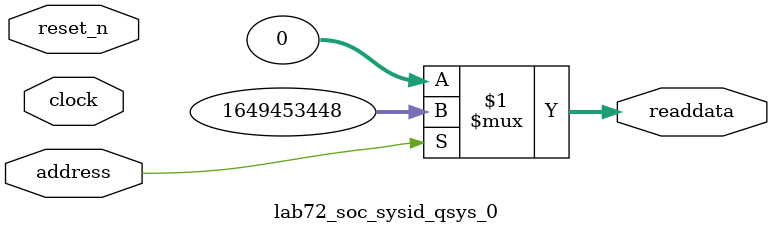
<source format=v>



// synthesis translate_off
`timescale 1ns / 1ps
// synthesis translate_on

// turn off superfluous verilog processor warnings 
// altera message_level Level1 
// altera message_off 10034 10035 10036 10037 10230 10240 10030 

module lab72_soc_sysid_qsys_0 (
               // inputs:
                address,
                clock,
                reset_n,

               // outputs:
                readdata
             )
;

  output  [ 31: 0] readdata;
  input            address;
  input            clock;
  input            reset_n;

  wire    [ 31: 0] readdata;
  //control_slave, which is an e_avalon_slave
  assign readdata = address ? 1649453448 : 0;

endmodule



</source>
